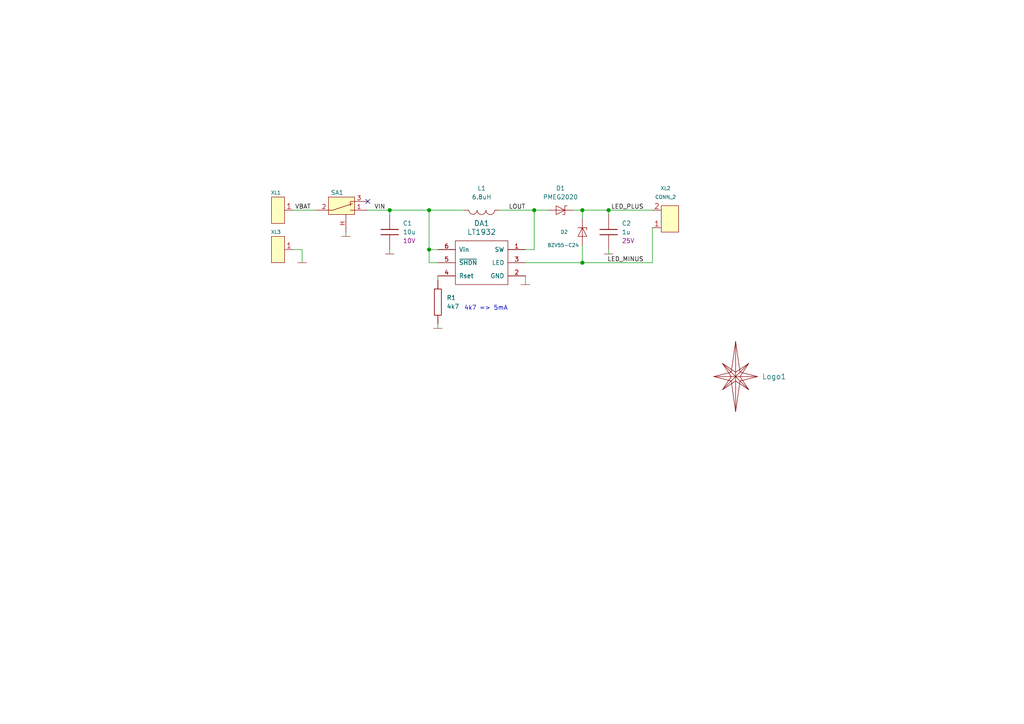
<source format=kicad_sch>
(kicad_sch (version 20210126) (generator eeschema)
  (paper "A4")
  (lib_symbols
    (symbol "BtnsSwitches:SWITCH_1P2T_housing" (pin_names (offset 1.016))
      (property "Reference" "SA" (at -2.54 8.89 0))
      (property "Value" "SWITCH_1P2T_housing" (at 2.54 6.35 0))
      (symbol "SWITCH_1P2T_housing_0_1"
        (rectangle (start -5.08 3.81) (end 2.54 -1.27) (fill (type background)))
        (polyline (pts (xy -3.81 0) (xy 1.905 1.905)))
        (polyline (pts (xy 1.27 2.54) (xy 1.27 1.27) (xy 1.27 1.27)))
      )
      (symbol "SWITCH_1P2T_housing_1_1"
        (pin passive line (at 6.35 0 180) (length 5.08) (name "~") (number "1"))
        (pin passive line (at -8.89 0 0) (length 5.08) (name "~") (number "2"))
        (pin passive line (at 6.35 2.54 180) (length 5.08) (name "~") (number "3"))
        (pin passive line (at 0 -6.35 90) (length 5.08) (name "~") (number "H"))
      )
    )
    (symbol "Connectors_kl:CONN_1" (pin_names (offset 1.016) hide)
      (property "Reference" "XL" (at -1.27 0.254 90))
      (property "Value" "CONN_1" (at 0.254 0.508 90))
      (symbol "CONN_1_0_1"
        (rectangle (start -2.54 -3.81) (end 1.27 3.81) (fill (type background)))
      )
      (symbol "CONN_1_1_1"
        (pin passive line (at -5.08 0 0) (length 2.54) (name "P1") (number "1"))
      )
    )
    (symbol "Connectors_kl:CONN_2" (pin_names (offset 1.016) hide)
      (property "Reference" "XL" (at -1.27 0 90))
      (property "Value" "CONN_2" (at 1.27 0 90))
      (symbol "CONN_2_0_1"
        (rectangle (start -2.54 3.81) (end 2.54 -3.81) (fill (type background)))
      )
      (symbol "CONN_2_1_1"
        (pin passive line (at -5.08 2.54 0) (length 2.54) (name "P1") (number "1"))
        (pin passive line (at -5.08 -2.54 0) (length 2.54) (name "PM") (number "2"))
      )
    )
    (symbol "Power_kl:LT1932" (pin_names (offset 1.016))
      (property "Reference" "DA" (at 2.54 7.62 0))
      (property "Value" "LT1932" (at -7.62 7.62 0))
      (symbol "LT1932_0_1"
        (rectangle (start -7.62 6.35) (end 7.62 -6.35))
      )
      (symbol "LT1932_1_1"
        (pin passive line (at 12.7 3.81 180) (length 5.08) (name "SW") (number "1"))
        (pin power_in line (at 12.7 -3.81 180) (length 5.08) (name "GND") (number "2"))
        (pin passive line (at 12.7 0 180) (length 5.08) (name "LED") (number "3"))
        (pin passive line (at -12.7 -3.81 0) (length 5.08) (name "Rset") (number "4"))
        (pin passive line (at -12.7 0 0) (length 5.08) (name "~SHDN") (number "5"))
        (pin power_in line (at -12.7 3.81 0) (length 5.08) (name "Vin") (number "6"))
      )
    )
    (symbol "Tittar_kl:C" (pin_numbers hide) (pin_names (offset 0.254))
      (property "Reference" "C" (at -2.54 -2.54 0))
      (property "Value" "C" (at -2.54 2.54 0))
      (property "Voltage" "10V" (at 0 0 0))
      (symbol "C_0_1"
        (polyline (pts (xy -2.54 -0.762) (xy 2.54 -0.762)) (stroke (width 0.254)))
        (polyline (pts (xy -2.54 0.762) (xy 2.54 0.762)) (stroke (width 0.254)))
      )
      (symbol "C_1_1"
        (pin passive line (at 0 5.08 270) (length 4.318) (name "~") (number "1"))
        (pin passive line (at 0 -5.08 90) (length 4.318) (name "~") (number "2"))
      )
    )
    (symbol "Tittar_kl:D_Shottky" (pin_numbers hide) (pin_names (offset 1.016) hide)
      (property "Reference" "D" (at 0 2.54 0))
      (property "Value" "D_Shottky" (at 0 -2.54 0))
      (symbol "D_Shottky_0_1"
        (polyline (pts (xy 0.635 -1.27) (xy 1.27 -1.27) (xy 1.27 1.27) (xy 1.905 1.27) (xy 1.905 1.27)) (stroke (width 0.1524)))
        (polyline (pts (xy 1.27 0) (xy -1.27 -1.27) (xy -1.27 1.27) (xy 1.27 0) (xy -1.27 0)))
      )
      (symbol "D_Shottky_1_1"
        (pin passive line (at -3.81 0 0) (length 2.54) (name "~") (number "A"))
        (pin passive line (at 3.81 0 180) (length 2.54) (name "~") (number "C"))
      )
    )
    (symbol "Tittar_kl:L" (pin_numbers hide) (pin_names (offset 1.016) hide)
      (property "Reference" "L" (at -2.54 -3.556 90))
      (property "Value" "L" (at -2.54 0 90))
      (symbol "L_0_1"
        (arc (start -0.0254 -1.2192) (end -0.0254 -3.7846) (radius (at 0 -2.5146) (length 1.2954) (angles -88.9 88.9)))
        (arc (start -0.0254 1.3208) (end -0.0254 -1.2446) (radius (at 0 0.0254) (length 1.2954) (angles -88.9 88.9)))
        (arc (start -0.0254 3.7084) (end -0.0254 1.2954) (radius (at 0 2.4892) (length 1.2192) (angles -88.9 88.9)))
      )
      (symbol "L_1_1"
        (pin passive line (at 0 5.08 270) (length 1.27) (name "1") (number "1"))
        (pin passive line (at 0 -5.08 90) (length 1.27) (name "2") (number "2"))
      )
    )
    (symbol "Tittar_kl:R" (pin_numbers hide) (pin_names (offset 0))
      (property "Reference" "R" (at 2.032 -3.81 90))
      (property "Value" "R" (at 0 0 90))
      (symbol "R_0_1"
        (rectangle (start -1.016 3.81) (end 1.016 -3.81) (stroke (width 0.2032)))
      )
      (symbol "R_1_1"
        (pin passive line (at 0 6.35 270) (length 2.54) (name "~") (number "1"))
        (pin passive line (at 0 -6.35 90) (length 2.54) (name "~") (number "2"))
      )
    )
    (symbol "Tittar_kl:Zener" (pin_numbers hide) (pin_names (offset 1.016) hide)
      (property "Reference" "D" (at 0 2.54 0))
      (property "Value" "Zener" (at 0 -2.54 0))
      (symbol "Zener_0_1"
        (polyline (pts (xy 1.27 1.27) (xy 1.27 -1.27) (xy 0.635 -1.27)))
        (polyline (pts (xy 1.27 0) (xy -1.27 -1.27) (xy -1.27 1.27) (xy 1.27 0) (xy -1.27 0)))
      )
      (symbol "Zener_1_1"
        (pin passive line (at -3.81 0 0) (length 2.54) (name "~") (number "A"))
        (pin passive line (at 3.81 0 180) (length 2.54) (name "~") (number "C"))
      )
    )
    (symbol "pcb_details:Logo" (pin_names (offset 1.016))
      (property "Reference" "Logo" (at -2.54 11.43 0))
      (property "Value" "Logo" (at 5.08 11.43 0))
      (symbol "Logo_0_1"
        (polyline (pts (xy -6.35 0) (xy 6.35 0)))
        (polyline (pts (xy -3.81 3.81) (xy 3.81 -3.81)))
        (polyline (pts (xy 0 10.16) (xy 0 -10.16)))
        (polyline (pts (xy 3.81 3.81) (xy -3.81 -3.81)))
        (polyline (pts (xy -1.27 1.27) (xy 0 10.16) (xy 1.27 1.27) (xy 6.35 0) (xy 1.27 -1.27) (xy 0 -10.16) (xy -1.27 -1.27) (xy -6.35 0) (xy -1.27 1.27)))
        (polyline (pts (xy 0 1.27) (xy 3.81 3.81) (xy 1.27 0) (xy 3.81 -3.81) (xy 0 -1.27) (xy -3.81 -3.81) (xy -1.27 0) (xy -3.81 3.81) (xy 0 1.27)))
      )
    )
    (symbol "power:GND" (power) (pin_names (offset 0.254))
      (symbol "GND_0_1"
        (polyline (pts (xy -1.27 0) (xy 1.27 0)) (stroke (width 0.127)))
      )
      (symbol "GND_1_1"
        (pin power_in line (at 0 0 270) (length 0) hide (name "GND") (number "1"))
      )
    )
  )
  (junction (at 113.03 60.96) (diameter 1.016))
  (junction (at 124.46 60.96) (diameter 1.016))
  (junction (at 124.46 72.39) (diameter 1.016))
  (junction (at 154.94 60.96) (diameter 1.016))
  (junction (at 168.91 60.96) (diameter 1.016))
  (junction (at 168.91 76.2) (diameter 1.016))
  (junction (at 176.53 60.96) (diameter 1.016))
  (no_connect (at 106.68 58.42))
  (wire (pts (xy 85.09 60.96) (xy 91.44 60.96)))
  (wire (pts (xy 85.09 72.39) (xy 87.63 72.39)))
  (wire (pts (xy 87.63 72.39) (xy 87.63 76.2)))
  (wire (pts (xy 100.33 67.31) (xy 100.33 68.58)))
  (wire (pts (xy 106.68 60.96) (xy 113.03 60.96)))
  (wire (pts (xy 113.03 60.96) (xy 124.46 60.96)))
  (wire (pts (xy 113.03 62.23) (xy 113.03 60.96)))
  (wire (pts (xy 113.03 72.39) (xy 113.03 73.66)))
  (wire (pts (xy 124.46 60.96) (xy 124.46 72.39)))
  (wire (pts (xy 124.46 72.39) (xy 127 72.39)))
  (wire (pts (xy 124.46 76.2) (xy 124.46 72.39)))
  (wire (pts (xy 127 76.2) (xy 124.46 76.2)))
  (wire (pts (xy 127 80.01) (xy 127 81.28)))
  (wire (pts (xy 127 93.98) (xy 127 95.25)))
  (wire (pts (xy 134.62 60.96) (xy 124.46 60.96)))
  (wire (pts (xy 144.78 60.96) (xy 154.94 60.96)))
  (wire (pts (xy 152.4 72.39) (xy 154.94 72.39)))
  (wire (pts (xy 152.4 76.2) (xy 168.91 76.2)))
  (wire (pts (xy 152.4 80.01) (xy 152.4 82.55)))
  (wire (pts (xy 154.94 60.96) (xy 154.94 72.39)))
  (wire (pts (xy 154.94 60.96) (xy 158.75 60.96)))
  (wire (pts (xy 166.37 60.96) (xy 168.91 60.96)))
  (wire (pts (xy 168.91 60.96) (xy 168.91 63.5)))
  (wire (pts (xy 168.91 60.96) (xy 176.53 60.96)))
  (wire (pts (xy 168.91 76.2) (xy 168.91 71.12)))
  (wire (pts (xy 176.53 60.96) (xy 176.53 62.23)))
  (wire (pts (xy 176.53 60.96) (xy 189.23 60.96)))
  (wire (pts (xy 176.53 72.39) (xy 176.53 73.66)))
  (wire (pts (xy 189.23 66.04) (xy 189.23 76.2)))
  (wire (pts (xy 189.23 76.2) (xy 168.91 76.2)))
  (text "4k7 => 5mA" (at 147.32 90.17 180) (effects (font (size 1.27 1.27)) (justify right bottom)))
  (label "VBAT" (at 90.17 60.96 180))
  (label "VIN" (at 111.76 60.96 180))
  (label "LOUT" (at 152.4 60.96 180))
  (label "LED_PLUS" (at 186.69 60.96 180))
  (label "LED_MINUS" (at 186.69 76.2 180))
  (symbol (lib_id "power:GND") (at 87.63 76.2 0) (unit 1)
    (property "Reference" "#PWR04" (effects hide))
    (property "Value" "GND" (effects hide))
  )
  (symbol (lib_id "power:GND") (at 100.33 68.58 0) (unit 1)
    (property "Reference" "#PWR01" (effects hide))
    (property "Value" "GND" (effects hide))
  )
  (symbol (lib_id "power:GND") (at 113.03 73.66 0) (unit 1)
    (property "Reference" "#PWR02" (effects hide))
    (property "Value" "GND" (effects hide))
  )
  (symbol (lib_id "power:GND") (at 127 95.25 0) (unit 1)
    (property "Reference" "#PWR06" (effects hide))
    (property "Value" "GND" (effects hide))
  )
  (symbol (lib_id "power:GND") (at 152.4 82.55 0) (unit 1)
    (property "Reference" "#PWR05" (effects hide))
    (property "Value" "GND" (effects hide))
  )
  (symbol (lib_id "power:GND") (at 176.53 73.66 0) (unit 1)
    (property "Reference" "#PWR03" (effects hide))
    (property "Value" "GND" (effects hide))
  )
  (symbol (lib_id "Tittar_kl:L") (at 139.7 60.96 90) (unit 1)
    (property "Reference" "L1" (at 139.7 54.61 90))
    (property "Value" "6.8uH" (at 139.7 57.15 90))
    (property "Footprint" "Inductors:IND_1812" (effects hide))
    (property "Price" "4" (effects hide))
    (property "SolderPoints" "2" (effects hide))
    (property "Type" "Inductor SMD" (effects hide))
    (property "Description" "-" (effects hide))
    (property "PN" "-" (effects hide))
    (property "Tolerance" "20%" (effects hide))
  )
  (symbol (lib_id "Tittar_kl:Zener") (at 168.91 67.31 90) (unit 1)
    (property "Reference" "D2" (at 162.56 67.31 90) (effects (font (size 1.016 1.016)) (justify right)))
    (property "Value" "BZV55-C24" (at 158.75 71.12 90) (effects (font (size 1.016 1.016)) (justify right)))
    (property "Footprint" "Diodes:SOD80C" (effects hide))
  )
  (symbol (lib_id "Tittar_kl:D_Shottky") (at 162.56 60.96 0) (unit 1)
    (property "Reference" "D1" (at 162.56 54.61 0))
    (property "Value" "PMEG2020" (at 162.56 57.15 0))
    (property "Footprint" "Diodes:SOD323" (effects hide))
    (property "Price" "5" (effects hide))
    (property "SolderPoints" "2" (effects hide))
  )
  (symbol (lib_id "Tittar_kl:R") (at 127 87.63 0) (unit 1)
    (property "Reference" "R1" (at 129.54 86.36 0) (effects (justify left)))
    (property "Value" "4k7" (at 129.54 88.9 0) (effects (justify left)))
    (property "Footprint" "Resistors:RES_0603" (effects hide))
    (property "Price" "0.5" (effects hide))
    (property "SolderPoints" "2" (effects hide))
    (property "Description" "1% resistor" (effects hide))
    (property "PN" "-" (effects hide))
    (property "Tolerance" "1%" (effects hide))
    (property "Type" "Resistor" (effects hide))
  )
  (symbol (lib_id "Connectors_kl:CONN_1") (at 80.01 60.96 0) (mirror y) (unit 1)
    (property "Reference" "XL1" (at 80.01 55.88 0) (effects (font (size 1.016 1.016))))
    (property "Value" "CONN_1" (effects hide))
    (property "Footprint" "Installation:BAT_CONTACT_3X0d5" (effects hide))
  )
  (symbol (lib_id "Connectors_kl:CONN_1") (at 80.01 72.39 0) (mirror y) (unit 1)
    (property "Reference" "XL3" (at 80.01 67.31 0) (effects (font (size 1.016 1.016))))
    (property "Value" "CONN_1" (effects hide))
    (property "Footprint" "Installation:BAT_CONTACT_3X0d5" (effects hide))
  )
  (symbol (lib_id "Tittar_kl:C") (at 113.03 67.31 0) (unit 1)
    (property "Reference" "C1" (at 116.84 64.77 0) (effects (justify left)))
    (property "Value" "10u" (at 116.84 67.31 0) (effects (justify left)))
    (property "Footprint" "Capacitors:CAP_0603" (effects hide))
    (property "Price" "0.5" (effects hide))
    (property "SolderPoints" "2" (effects hide))
    (property "Description" "X5R or X7R capacitor, 6.3V or higher" (effects hide))
    (property "Type" "Capacitor SMD" (effects hide))
    (property "PN" "-" (effects hide))
    (property "Manufacturer" "-" (effects hide))
    (property "Dielectric" "X5R or X7R" (effects hide))
    (property "Tolerance" "20%" (effects hide))
    (property "Voltage" "10V" (at 116.84 69.85 0) (effects (justify left)))
  )
  (symbol (lib_id "Tittar_kl:C") (at 176.53 67.31 0) (unit 1)
    (property "Reference" "C2" (at 180.34 64.77 0) (effects (justify left)))
    (property "Value" "1u" (at 180.34 67.31 0) (effects (justify left)))
    (property "Footprint" "Capacitors:CAP_0603" (effects hide))
    (property "Price" "0.5" (effects hide))
    (property "SolderPoints" "2" (effects hide))
    (property "Description" "X5R or X7R capacitor, 6.3V or higher" (effects hide))
    (property "Type" "Capacitor SMD" (effects hide))
    (property "PN" "-" (effects hide))
    (property "Manufacturer" "-" (effects hide))
    (property "Dielectric" "X5R or X7R" (effects hide))
    (property "Tolerance" "20%" (effects hide))
    (property "Voltage" "25V" (at 180.34 69.85 0) (effects (justify left)))
  )
  (symbol (lib_id "Connectors_kl:CONN_2") (at 194.31 63.5 0) (mirror x) (unit 1) (in_bom no)
    (property "Reference" "XL2" (at 193.04 54.61 0) (effects (font (size 1.016 1.016))))
    (property "Value" "CONN_2" (at 193.04 57.15 0) (effects (font (size 1.016 1.016))))
    (property "Footprint" "Connectors:SLD_2_2D5_1mm" (effects hide))
  )
  (symbol (lib_id "BtnsSwitches:SWITCH_1P2T_housing") (at 100.33 60.96 0) (unit 1)
    (property "Reference" "SA1" (at 97.79 55.88 0))
    (property "Value" "SWITCH_1P2T_housing" (effects hide))
    (property "Footprint" "BtnsSwitches:SW_KLS7SS03_12D02" (effects hide))
    (property "Price" "5" (effects hide))
    (property "SolderPoints" "5" (effects hide))
  )
  (symbol (lib_id "pcb_details:Logo") (at 213.36 109.22 0) (unit 1)
    (property "Reference" "Logo1" (at 220.98 109.22 0) (effects (font (size 1.524 1.524)) (justify left)))
    (property "Value" "Logo" (effects hide))
    (property "Footprint" "Pictures:Ostranna_8x8" (effects hide))
  )
  (symbol (lib_id "Power_kl:LT1932") (at 139.7 76.2 0) (unit 1)
    (property "Reference" "DA1" (at 139.7 64.77 0) (effects (font (size 1.524 1.524))))
    (property "Value" "LT1932" (at 139.7 67.31 0) (effects (font (size 1.524 1.524))))
    (property "Footprint" "SOT:SOT23-6" (effects hide))
  )
)
</source>
